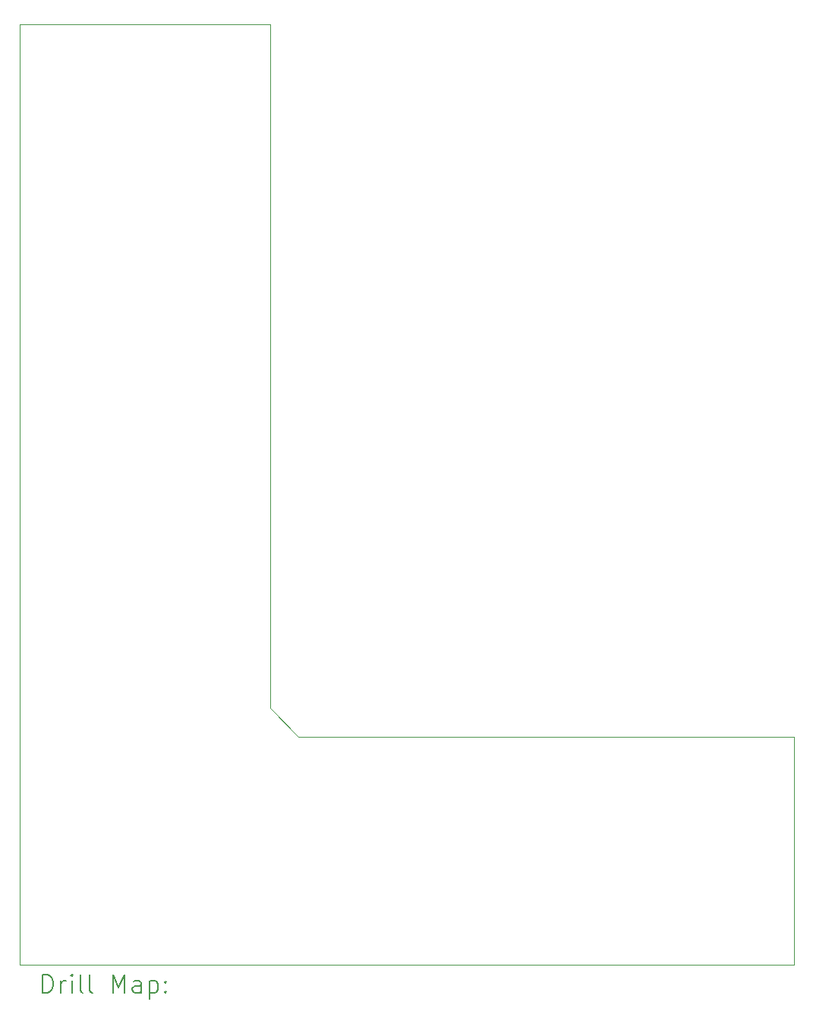
<source format=gbr>
%TF.GenerationSoftware,KiCad,Pcbnew,8.0.2*%
%TF.CreationDate,2024-05-14T21:46:58+09:00*%
%TF.ProjectId,Gender_A7-100_ArduinoDUE,47656e64-6572-45f4-9137-2d3130305f41,rev?*%
%TF.SameCoordinates,Original*%
%TF.FileFunction,Drillmap*%
%TF.FilePolarity,Positive*%
%FSLAX45Y45*%
G04 Gerber Fmt 4.5, Leading zero omitted, Abs format (unit mm)*
G04 Created by KiCad (PCBNEW 8.0.2) date 2024-05-14 21:46:58*
%MOMM*%
%LPD*%
G01*
G04 APERTURE LIST*
%ADD10C,0.050000*%
%ADD11C,0.200000*%
G04 APERTURE END LIST*
D10*
X9207500Y-4762500D02*
X9207500Y-15240000D01*
X12001500Y-4762500D02*
X9207500Y-4762500D01*
X12001500Y-12382500D02*
X12001500Y-4762500D01*
X12319000Y-12700000D02*
X12001500Y-12382500D01*
X17843500Y-12700000D02*
X12319000Y-12700000D01*
X17843500Y-15240000D02*
X17843500Y-12700000D01*
X9207500Y-15240000D02*
X17843500Y-15240000D01*
D11*
X9465777Y-15553984D02*
X9465777Y-15353984D01*
X9465777Y-15353984D02*
X9513396Y-15353984D01*
X9513396Y-15353984D02*
X9541967Y-15363508D01*
X9541967Y-15363508D02*
X9561015Y-15382555D01*
X9561015Y-15382555D02*
X9570539Y-15401603D01*
X9570539Y-15401603D02*
X9580063Y-15439698D01*
X9580063Y-15439698D02*
X9580063Y-15468269D01*
X9580063Y-15468269D02*
X9570539Y-15506365D01*
X9570539Y-15506365D02*
X9561015Y-15525412D01*
X9561015Y-15525412D02*
X9541967Y-15544460D01*
X9541967Y-15544460D02*
X9513396Y-15553984D01*
X9513396Y-15553984D02*
X9465777Y-15553984D01*
X9665777Y-15553984D02*
X9665777Y-15420650D01*
X9665777Y-15458746D02*
X9675301Y-15439698D01*
X9675301Y-15439698D02*
X9684824Y-15430174D01*
X9684824Y-15430174D02*
X9703872Y-15420650D01*
X9703872Y-15420650D02*
X9722920Y-15420650D01*
X9789586Y-15553984D02*
X9789586Y-15420650D01*
X9789586Y-15353984D02*
X9780063Y-15363508D01*
X9780063Y-15363508D02*
X9789586Y-15373031D01*
X9789586Y-15373031D02*
X9799110Y-15363508D01*
X9799110Y-15363508D02*
X9789586Y-15353984D01*
X9789586Y-15353984D02*
X9789586Y-15373031D01*
X9913396Y-15553984D02*
X9894348Y-15544460D01*
X9894348Y-15544460D02*
X9884824Y-15525412D01*
X9884824Y-15525412D02*
X9884824Y-15353984D01*
X10018158Y-15553984D02*
X9999110Y-15544460D01*
X9999110Y-15544460D02*
X9989586Y-15525412D01*
X9989586Y-15525412D02*
X9989586Y-15353984D01*
X10246729Y-15553984D02*
X10246729Y-15353984D01*
X10246729Y-15353984D02*
X10313396Y-15496841D01*
X10313396Y-15496841D02*
X10380063Y-15353984D01*
X10380063Y-15353984D02*
X10380063Y-15553984D01*
X10561015Y-15553984D02*
X10561015Y-15449222D01*
X10561015Y-15449222D02*
X10551491Y-15430174D01*
X10551491Y-15430174D02*
X10532444Y-15420650D01*
X10532444Y-15420650D02*
X10494348Y-15420650D01*
X10494348Y-15420650D02*
X10475301Y-15430174D01*
X10561015Y-15544460D02*
X10541967Y-15553984D01*
X10541967Y-15553984D02*
X10494348Y-15553984D01*
X10494348Y-15553984D02*
X10475301Y-15544460D01*
X10475301Y-15544460D02*
X10465777Y-15525412D01*
X10465777Y-15525412D02*
X10465777Y-15506365D01*
X10465777Y-15506365D02*
X10475301Y-15487317D01*
X10475301Y-15487317D02*
X10494348Y-15477793D01*
X10494348Y-15477793D02*
X10541967Y-15477793D01*
X10541967Y-15477793D02*
X10561015Y-15468269D01*
X10656253Y-15420650D02*
X10656253Y-15620650D01*
X10656253Y-15430174D02*
X10675301Y-15420650D01*
X10675301Y-15420650D02*
X10713396Y-15420650D01*
X10713396Y-15420650D02*
X10732444Y-15430174D01*
X10732444Y-15430174D02*
X10741967Y-15439698D01*
X10741967Y-15439698D02*
X10751491Y-15458746D01*
X10751491Y-15458746D02*
X10751491Y-15515888D01*
X10751491Y-15515888D02*
X10741967Y-15534936D01*
X10741967Y-15534936D02*
X10732444Y-15544460D01*
X10732444Y-15544460D02*
X10713396Y-15553984D01*
X10713396Y-15553984D02*
X10675301Y-15553984D01*
X10675301Y-15553984D02*
X10656253Y-15544460D01*
X10837205Y-15534936D02*
X10846729Y-15544460D01*
X10846729Y-15544460D02*
X10837205Y-15553984D01*
X10837205Y-15553984D02*
X10827682Y-15544460D01*
X10827682Y-15544460D02*
X10837205Y-15534936D01*
X10837205Y-15534936D02*
X10837205Y-15553984D01*
X10837205Y-15430174D02*
X10846729Y-15439698D01*
X10846729Y-15439698D02*
X10837205Y-15449222D01*
X10837205Y-15449222D02*
X10827682Y-15439698D01*
X10827682Y-15439698D02*
X10837205Y-15430174D01*
X10837205Y-15430174D02*
X10837205Y-15449222D01*
M02*

</source>
